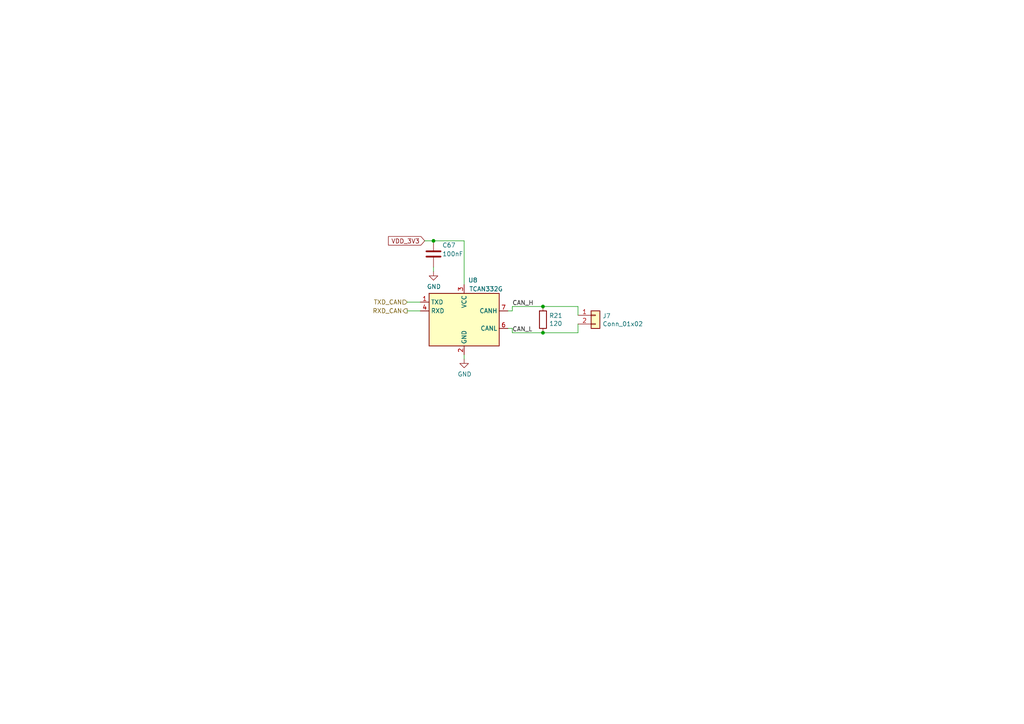
<source format=kicad_sch>
(kicad_sch (version 20211123) (generator eeschema)
  (paper "A4")
  (title_block (title "Open MOtor DRiver Initiative (OMODRI)") (date "2020-12-16") (rev "1.1") (company "LAAS/CNRS"))
  (lib_symbols
    (symbol "Connector_Generic:Conn_01x02" (pin_names (offset 1.016) hide)
      (property "Reference" "J" (at 0 2.54 0))
      (property "Value" "Conn_01x02" (at 0 -5.08 0))
      (symbol "Conn_01x02_1_1"
        (rectangle (start -1.27 -2.413) (end 0 -2.667) (stroke (width 0.1524)))
        (rectangle (start -1.27 0.127) (end 0 -0.127) (stroke (width 0.1524)))
        (rectangle (start -1.27 1.27) (end 1.27 -3.81) (stroke (width 0.254)) (fill (type background)))
        (pin passive line (at -5.08 0 0) (length 3.81) (name "Pin_1") (number "1"))
        (pin passive line (at -5.08 -2.54 0) (length 3.81) (name "Pin_2") (number "2"))
      )
    )
    (symbol "Device:C" (pin_numbers hide) (pin_names (offset 0.254))
      (property "Reference" "C" (at 0.635 2.54 0))
      (property "Value" "C" (at 0.635 -2.54 0))
      (symbol "C_0_1"
        (polyline (pts (xy -2.032 -0.762) (xy 2.032 -0.762)) (stroke (width 0.508)))
        (polyline (pts (xy -2.032 0.762) (xy 2.032 0.762)) (stroke (width 0.508)))
      )
      (symbol "C_1_1"
        (pin passive line (at 0 3.81 270) (length 2.794) (name "~") (number "1"))
        (pin passive line (at 0 -3.81 90) (length 2.794) (name "~") (number "2"))
      )
    )
    (symbol "Device:R" (pin_numbers hide) (pin_names (offset 0))
      (property "Reference" "R" (at 2.032 0 90))
      (property "Value" "R" (at 0 0 90))
      (symbol "R_0_1"
        (rectangle (start -1.016 -2.54) (end 1.016 2.54) (stroke (width 0.254)))
      )
      (symbol "R_1_1"
        (pin passive line (at 0 3.81 270) (length 1.27) (name "~") (number "1"))
        (pin passive line (at 0 -3.81 90) (length 1.27) (name "~") (number "2"))
      )
    )
    (symbol "Interface_CAN_LIN:TCAN332G"
      (property "Reference" "U" (at -10.16 8.89 0))
      (property "Value" "TCAN332G" (at 2.54 8.89 0))
      (symbol "TCAN332G_0_1"
        (rectangle (start -10.16 7.62) (end 10.16 -7.62) (stroke (width 0.254)) (fill (type background)))
      )
      (symbol "TCAN332G_1_1"
        (pin input line (at -12.7 5.08 0) (length 2.54) (name "TXD") (number "1"))
        (pin power_in line (at 0 -10.16 90) (length 2.54) (name "GND") (number "2"))
        (pin power_in line (at 0 10.16 270) (length 2.54) (name "VCC") (number "3"))
        (pin tri_state line (at -12.7 2.54 0) (length 2.54) (name "RXD") (number "4"))
        (pin no_connect line (at -10.16 -2.54 0) (length 2.54) hide (name "NC") (number "5"))
        (pin bidirectional line (at 12.7 -2.54 180) (length 2.54) (name "CANL") (number "6"))
        (pin bidirectional line (at 12.7 2.54 180) (length 2.54) (name "CANH") (number "7"))
        (pin no_connect line (at -10.16 -5.08 0) (length 2.54) hide (name "NC") (number "8"))
      )
    )
    (symbol "power:GND" (power) (pin_names (offset 0))
      (property "Value" "GND" (at 0 -3.81 0))
      (symbol "GND_0_1"
        (polyline (pts (xy 0 0) (xy 0 -1.27) (xy 1.27 -1.27) (xy 0 -2.54) (xy -1.27 -1.27) (xy 0 -1.27)))
      )
      (symbol "GND_1_1"
        (pin power_in line (at 0 0 270) (length 0) hide (name "GND") (number "1"))
      )
    )
  )
  (junction (at 157.48 96.52))
  (junction (at 157.48 88.9))
  (junction (at 125.73 69.85))
  (wire (pts (xy 123.19 69.85) (xy 125.73 69.85)))
  (wire (pts (xy 157.48 96.52) (xy 167.64 96.52)))
  (wire (pts (xy 118.11 90.17) (xy 121.92 90.17)))
  (wire (pts (xy 148.59 96.52) (xy 148.59 95.25)))
  (wire (pts (xy 148.59 88.9) (xy 157.48 88.9)))
  (wire (pts (xy 148.59 96.52) (xy 157.48 96.52)))
  (wire (pts (xy 118.11 87.63) (xy 121.92 87.63)))
  (wire (pts (xy 167.64 93.98) (xy 167.64 96.52)))
  (wire (pts (xy 125.73 69.85) (xy 134.62 69.85)))
  (wire (pts (xy 167.64 91.44) (xy 167.64 88.9)))
  (wire (pts (xy 147.32 95.25) (xy 148.59 95.25)))
  (wire (pts (xy 125.73 78.74) (xy 125.73 77.47)))
  (wire (pts (xy 134.62 69.85) (xy 134.62 82.55)))
  (wire (pts (xy 134.62 104.14) (xy 134.62 102.87)))
  (wire (pts (xy 157.48 88.9) (xy 167.64 88.9)))
  (wire (pts (xy 148.59 90.17) (xy 148.59 88.9)))
  (wire (pts (xy 147.32 90.17) (xy 148.59 90.17)))
  (label "CAN_L" (at 148.59 96.52 0))
  (label "CAN_H" (at 148.59 88.9 0))
  (global_label "VDD_3V3" (shape input) (at 123.19 69.85 180) (property "Références Inter-Feuilles" "${INTERSHEET_REFS}" (effects hide)))
  (hierarchical_label "RXD_CAN" (shape output) (at 118.11 90.17 180))
  (hierarchical_label "TXD_CAN" (shape input) (at 118.11 87.63 180))
  (symbol (lib_id "Interface_CAN_LIN:TCAN332G") (at 134.62 92.71 0) (unit 1)
    (property "Reference" "U8" (at 137.16 81.28 0))
    (property "Value" "TCAN332G" (at 140.97 83.82 0))
    (property "Footprint" "Package_TO_SOT_SMD:TSOT-23-8" (effects hide))
    (property "Datasheet" "http://www.ti.com/lit/ds/symlink/tcan337.pdf" (effects hide))
    (property "DigiKey" "296-48677-1-ND" (effects hide))
    (property "Farnell" "3009409" (effects hide))
    (property "Mouser" "595-TCAN332GDCNR" (effects hide))
    (property "Part No" "TCAN332GDCNR" (effects hide))
  )
  (symbol (lib_id "Device:C") (at 125.73 73.66 0) (unit 1)
    (property "Reference" "C67" (at 128.27 71.12 0) (effects (justify left)))
    (property "Value" "100nF" (at 128.27 73.66 0) (effects (justify left)))
    (property "Footprint" "Capacitor_SMD:C_0201_0603Metric" (effects hide))
    (property "DigiKey" "490-14571-1-ND" (effects hide))
    (property "Farnell" "3790414" (effects hide))
    (property "Mouser" "81-GRM033R61E104KE4J" (effects hide))
    (property "Part No" "GRM033R61E104KE14J" (effects hide))
    (property "RS" "185-2066" (effects hide))
    (property "Rated Voltage" "10V" (effects hide))
  )
  (symbol (lib_id "power:GND") (at 125.73 78.74 0) (unit 1)
    (property "Reference" "#PWR067" (effects hide))
    (property "Value" "GND" (at 125.857 83.1342 0))
  )
  (symbol (lib_id "power:GND") (at 134.62 104.14 0) (unit 1)
    (property "Reference" "#PWR068" (effects hide))
    (property "Value" "GND" (at 134.747 108.5342 0))
  )
  (symbol (lib_id "Device:R") (at 157.48 92.71 0) (unit 1)
    (property "Reference" "R21" (at 159.258 91.5416 0) (effects (justify left)))
    (property "Value" "120" (at 159.258 93.853 0) (effects (justify left)))
    (property "Footprint" "Resistor_SMD:R_0201_0603Metric" (effects hide))
    (property "DigiKey" "P122692CT-ND" (effects hide))
    (property "Farnell" "2396857" (effects hide))
    (property "Mouser" "667-ERJ-1GNF1200C" (effects hide))
    (property "Part No" "ERJ-1GNF1200C" (effects hide))
  )
  (symbol (lib_id "Connector_Generic:Conn_01x02") (at 172.72 91.44 0) (unit 1)
    (property "Reference" "J7" (at 174.752 91.6432 0) (effects (justify left)))
    (property "Value" "Conn_01x02" (at 174.752 93.9546 0) (effects (justify left)))
    (property "Footprint" "Connector_Hirose:Hirose_DF13C_CL535-0402-2-51_1x02-1MP_P1.25mm_Vertical" (effects hide))
    (property "DigiKey" "H2191-ND" (effects hide))
    (property "Farnell" "2427585" (effects hide))
    (property "Mouser" "798-DF13-2P-1.25DSA" (effects hide))
    (property "Part No" "DF13-2P-1.25DSA" (effects hide))
  )
)
</source>
